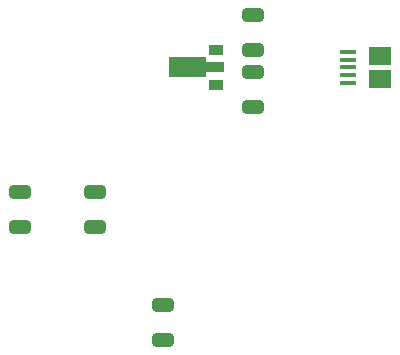
<source format=gbr>
%TF.GenerationSoftware,KiCad,Pcbnew,7.0.10-7.0.10~ubuntu22.04.1*%
%TF.CreationDate,2024-01-08T16:33:40+00:00*%
%TF.ProjectId,wifi_temp_sensor,77696669-5f74-4656-9d70-5f73656e736f,rev?*%
%TF.SameCoordinates,Original*%
%TF.FileFunction,Paste,Top*%
%TF.FilePolarity,Positive*%
%FSLAX46Y46*%
G04 Gerber Fmt 4.6, Leading zero omitted, Abs format (unit mm)*
G04 Created by KiCad (PCBNEW 7.0.10-7.0.10~ubuntu22.04.1) date 2024-01-08 16:33:40*
%MOMM*%
%LPD*%
G01*
G04 APERTURE LIST*
G04 Aperture macros list*
%AMRoundRect*
0 Rectangle with rounded corners*
0 $1 Rounding radius*
0 $2 $3 $4 $5 $6 $7 $8 $9 X,Y pos of 4 corners*
0 Add a 4 corners polygon primitive as box body*
4,1,4,$2,$3,$4,$5,$6,$7,$8,$9,$2,$3,0*
0 Add four circle primitives for the rounded corners*
1,1,$1+$1,$2,$3*
1,1,$1+$1,$4,$5*
1,1,$1+$1,$6,$7*
1,1,$1+$1,$8,$9*
0 Add four rect primitives between the rounded corners*
20,1,$1+$1,$2,$3,$4,$5,0*
20,1,$1+$1,$4,$5,$6,$7,0*
20,1,$1+$1,$6,$7,$8,$9,0*
20,1,$1+$1,$8,$9,$2,$3,0*%
%AMFreePoly0*
4,1,9,3.862500,-0.866500,0.737500,-0.866500,0.737500,-0.450000,-0.737500,-0.450000,-0.737500,0.450000,0.737500,0.450000,0.737500,0.866500,3.862500,0.866500,3.862500,-0.866500,3.862500,-0.866500,$1*%
G04 Aperture macros list end*
%ADD10RoundRect,0.250000X0.650000X-0.325000X0.650000X0.325000X-0.650000X0.325000X-0.650000X-0.325000X0*%
%ADD11R,1.300000X0.900000*%
%ADD12FreePoly0,180.000000*%
%ADD13RoundRect,0.250000X-0.650000X0.325000X-0.650000X-0.325000X0.650000X-0.325000X0.650000X0.325000X0*%
%ADD14R,1.350000X0.400000*%
%ADD15R,1.900000X1.500000*%
G04 APERTURE END LIST*
D10*
%TO.C,C5*%
X213995000Y-58625000D03*
X213995000Y-55675000D03*
%TD*%
%TO.C,C4*%
X201930000Y-49100000D03*
X201930000Y-46150000D03*
%TD*%
D11*
%TO.C,U2*%
X218485000Y-37060000D03*
D12*
X218397500Y-35560000D03*
D11*
X218485000Y-34060000D03*
%TD*%
D10*
%TO.C,C1*%
X221660000Y-34060000D03*
X221660000Y-31110000D03*
%TD*%
D13*
%TO.C,C3*%
X208280000Y-46150000D03*
X208280000Y-49100000D03*
%TD*%
D14*
%TO.C,J1*%
X229677500Y-36860000D03*
X229677500Y-36210000D03*
X229677500Y-35560000D03*
X229677500Y-34910000D03*
X229677500Y-34260000D03*
D15*
X232377500Y-36560000D03*
X232377500Y-34560000D03*
%TD*%
D13*
%TO.C,C2*%
X221660000Y-35965000D03*
X221660000Y-38915000D03*
%TD*%
M02*

</source>
